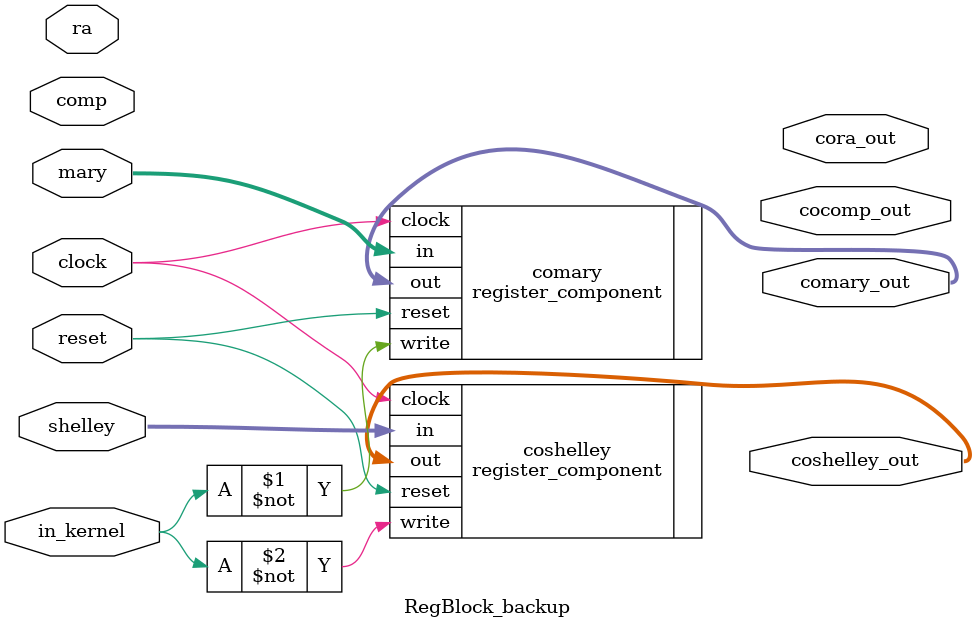
<source format=v>
`timescale 1ns / 1ps

module RegBlock_backup(
	input [15:0] mary,
	input [15:0] shelley,
	input [15:0] comp,
	input [15:0] ra,
	
	input clock, 
	input in_kernel,
	
	output [15:0] comary_out,
	output [15:0] coshelley_out,
	output [15:0] cocomp_out,
	output [15:0] cora_out,
	input reset
	);
	

register_component comary(
	.in(mary),
	.clock(clock),
	.write(~in_kernel),
	.out(comary_out),
	.reset(reset)
	);
	
register_component coshelley(
	.in(shelley),
	.clock(clock),
	.write(~in_kernel),
	.out(coshelley_out),
	.reset(reset)
	);


endmodule

</source>
